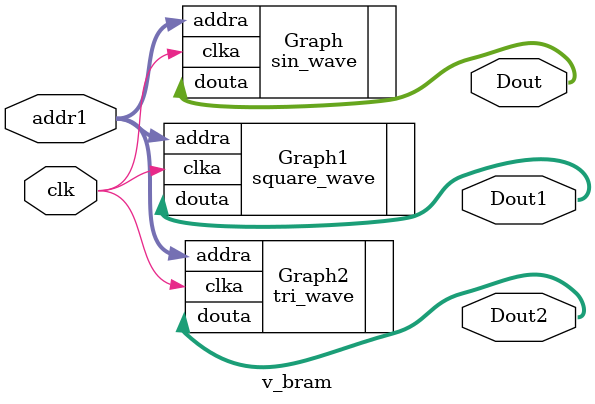
<source format=v>
`timescale 1ns / 1ps


module v_bram(
        input clk,
        input [15:0] addr1,
        output [11:0] Dout,
        output [11:0] Dout1,
        output [11:0] Dout2             
    );
    
    
sin_wave Graph
      (
        .clka(clk),
        .addra(addr1),
        .douta(Dout)
      );      
square_wave Graph1
      (
        .clka(clk),
        .addra(addr1),
        .douta(Dout1)
      ); 
tri_wave Graph2
      (
        .clka(clk),
        .addra(addr1),
        .douta(Dout2)
      ); 
 
endmodule

</source>
